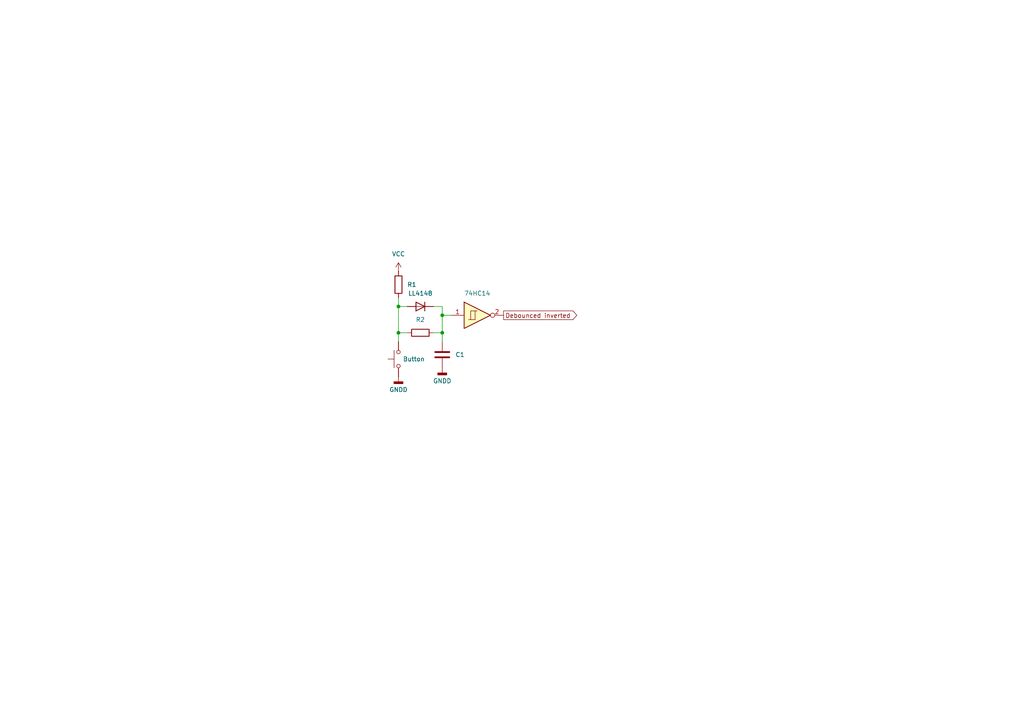
<source format=kicad_sch>
(kicad_sch (version 20250114) (generator "eeschema") (generator_version "9.0")
  (paper "A4")
  (lib_symbols
    (symbol "74xx:74HC14" (pin_names (offset 1.016))
      (property "Reference" "U" (at 0 1.27 0))
      (property "Value" "74HC14" (at 0 -1.27 0))
      (symbol "74HC14_1_0"
        (polyline (pts (xy -3.81 3.81) (xy -3.81 -3.81) (xy 3.81 0) (xy -3.81 3.81)) (stroke (width 0.254)) (fill (type background)))
        (pin input line (at -7.62 0 0) (length 3.81) (name "~") (number "1"))
        (pin output inverted (at 7.62 0 180) (length 3.81) (name "~") (number "2"))
      )
      (symbol "74HC14_1_1"
        (polyline (pts (xy -2.54 -1.27) (xy -0.635 -1.27) (xy -0.635 1.27) (xy 0 1.27)))
        (polyline (pts (xy -1.905 -1.27) (xy -1.905 1.27) (xy -0.635 1.27)))
      )
      (symbol "74HC14_2_0"
        (polyline (pts (xy -3.81 3.81) (xy -3.81 -3.81) (xy 3.81 0) (xy -3.81 3.81)) (stroke (width 0.254)) (fill (type background)))
        (pin input line (at -7.62 0 0) (length 3.81) (name "~") (number "3"))
        (pin output inverted (at 7.62 0 180) (length 3.81) (name "~") (number "4"))
      )
      (symbol "74HC14_2_1"
        (polyline (pts (xy -2.54 -1.27) (xy -0.635 -1.27) (xy -0.635 1.27) (xy 0 1.27)))
        (polyline (pts (xy -1.905 -1.27) (xy -1.905 1.27) (xy -0.635 1.27)))
      )
      (symbol "74HC14_3_0"
        (polyline (pts (xy -3.81 3.81) (xy -3.81 -3.81) (xy 3.81 0) (xy -3.81 3.81)) (stroke (width 0.254)) (fill (type background)))
        (pin input line (at -7.62 0 0) (length 3.81) (name "~") (number "5"))
        (pin output inverted (at 7.62 0 180) (length 3.81) (name "~") (number "6"))
      )
      (symbol "74HC14_3_1"
        (polyline (pts (xy -2.54 -1.27) (xy -0.635 -1.27) (xy -0.635 1.27) (xy 0 1.27)))
        (polyline (pts (xy -1.905 -1.27) (xy -1.905 1.27) (xy -0.635 1.27)))
      )
      (symbol "74HC14_4_0"
        (polyline (pts (xy -3.81 3.81) (xy -3.81 -3.81) (xy 3.81 0) (xy -3.81 3.81)) (stroke (width 0.254)) (fill (type background)))
        (pin input line (at -7.62 0 0) (length 3.81) (name "~") (number "9"))
        (pin output inverted (at 7.62 0 180) (length 3.81) (name "~") (number "8"))
      )
      (symbol "74HC14_4_1"
        (polyline (pts (xy -2.54 -1.27) (xy -0.635 -1.27) (xy -0.635 1.27) (xy 0 1.27)))
        (polyline (pts (xy -1.905 -1.27) (xy -1.905 1.27) (xy -0.635 1.27)))
      )
      (symbol "74HC14_5_0"
        (polyline (pts (xy -3.81 3.81) (xy -3.81 -3.81) (xy 3.81 0) (xy -3.81 3.81)) (stroke (width 0.254)) (fill (type background)))
        (pin input line (at -7.62 0 0) (length 3.81) (name "~") (number "11"))
        (pin output inverted (at 7.62 0 180) (length 3.81) (name "~") (number "10"))
      )
      (symbol "74HC14_5_1"
        (polyline (pts (xy -2.54 -1.27) (xy -0.635 -1.27) (xy -0.635 1.27) (xy 0 1.27)))
        (polyline (pts (xy -1.905 -1.27) (xy -1.905 1.27) (xy -0.635 1.27)))
      )
      (symbol "74HC14_6_0"
        (polyline (pts (xy -3.81 3.81) (xy -3.81 -3.81) (xy 3.81 0) (xy -3.81 3.81)) (stroke (width 0.254)) (fill (type background)))
        (pin input line (at -7.62 0 0) (length 3.81) (name "~") (number "13"))
        (pin output inverted (at 7.62 0 180) (length 3.81) (name "~") (number "12"))
      )
      (symbol "74HC14_6_1"
        (polyline (pts (xy -2.54 -1.27) (xy -0.635 -1.27) (xy -0.635 1.27) (xy 0 1.27)))
        (polyline (pts (xy -1.905 -1.27) (xy -1.905 1.27) (xy -0.635 1.27)))
      )
      (symbol "74HC14_7_0"
        (pin power_in line (at 0 12.7 270) (length 5.08) (name "VCC") (number "14"))
        (pin power_in line (at 0 -12.7 90) (length 5.08) (name "GND") (number "7"))
      )
      (symbol "74HC14_7_1"
        (rectangle (start -5.08 7.62) (end 5.08 -7.62) (stroke (width 0.254)) (fill (type background)))
      )
    )
    (symbol "Device:C" (pin_numbers (hide yes)) (pin_names (offset 0.254))
      (property "Reference" "C" (at 0.635 2.54 0))
      (property "Value" "C" (at 0.635 -2.54 0))
      (symbol "C_0_1"
        (polyline (pts (xy -2.032 0.762) (xy 2.032 0.762)) (stroke (width 0.508)))
        (polyline (pts (xy -2.032 -0.762) (xy 2.032 -0.762)) (stroke (width 0.508)))
      )
      (symbol "C_1_1"
        (pin passive line (at 0 3.81 270) (length 2.794) (name "~") (number "1"))
        (pin passive line (at 0 -3.81 90) (length 2.794) (name "~") (number "2"))
      )
    )
    (symbol "Device:R" (pin_numbers (hide yes)) (pin_names (offset 0))
      (property "Reference" "R" (at 2.032 0 90))
      (property "Value" "R" (at 0 0 90))
      (symbol "R_0_1"
        (rectangle (start -1.016 -2.54) (end 1.016 2.54) (stroke (width 0.254)))
      )
      (symbol "R_1_1"
        (pin passive line (at 0 3.81 270) (length 1.27) (name "~") (number "1"))
        (pin passive line (at 0 -3.81 90) (length 1.27) (name "~") (number "2"))
      )
    )
    (symbol "Diode:LL4148" (pin_numbers (hide yes)) (pin_names (hide yes))
      (property "Reference" "D" (at 0 2.54 0))
      (property "Value" "LL4148" (at 0 -2.54 0))
      (symbol "LL4148_0_1"
        (polyline (pts (xy -1.27 1.27) (xy -1.27 -1.27)) (stroke (width 0.254)))
        (polyline (pts (xy 1.27 1.27) (xy 1.27 -1.27) (xy -1.27 0) (xy 1.27 1.27)) (stroke (width 0.254)))
        (polyline (pts (xy 1.27 0) (xy -1.27 0)))
      )
      (symbol "LL4148_1_1"
        (pin passive line (at -3.81 0 0) (length 2.54) (name "K") (number "1"))
        (pin passive line (at 3.81 0 180) (length 2.54) (name "A") (number "2"))
      )
    )
    (symbol "Switch:SW_Push" (pin_numbers (hide yes)) (pin_names (offset 1.016) (hide yes))
      (property "Reference" "SW" (at 1.27 2.54 0))
      (property "Value" "SW_Push" (at 0 -1.524 0))
      (symbol "SW_Push_0_1"
        (circle (center -2.032 0) (radius 0.508))
        (polyline (pts (xy 0 1.27) (xy 0 3.048)))
        (circle (center 2.032 0) (radius 0.508))
        (polyline (pts (xy 2.54 1.27) (xy -2.54 1.27)))
        (pin passive line (at -5.08 0 0) (length 2.54) (name "1") (number "1"))
        (pin passive line (at 5.08 0 180) (length 2.54) (name "2") (number "2"))
      )
    )
    (symbol "power:GNDD" (power) (pin_numbers (hide yes)) (pin_names (offset 0) (hide yes))
      (property "Value" "GNDD" (at 0 -3.175 0))
      (symbol "GNDD_0_1"
        (rectangle (start -1.27 -1.524) (end 1.27 -2.032) (stroke (width 0.254)) (fill (type outline)))
        (polyline (pts (xy 0 0) (xy 0 -1.524)))
      )
      (symbol "GNDD_1_1"
        (pin power_in line (at 0 0 270) (length 0) (name "~") (number "1"))
      )
    )
    (symbol "power:VCC" (power) (pin_numbers (hide yes)) (pin_names (offset 0) (hide yes))
      (property "Value" "VCC" (at 0 3.556 0))
      (symbol "VCC_0_1"
        (polyline (pts (xy -0.762 1.27) (xy 0 2.54)))
        (polyline (pts (xy 0 2.54) (xy 0.762 1.27)))
        (polyline (pts (xy 0 0) (xy 0 2.54)))
      )
      (symbol "VCC_1_1"
        (pin power_in line (at 0 0 90) (length 0) (name "~") (number "1"))
      )
    )
  )
  (junction (at 115.57 96.52))
  (junction (at 115.57 88.9))
  (junction (at 128.27 96.52))
  (junction (at 128.27 91.44))
  (wire (pts (xy 128.27 91.44) (xy 130.81 91.44)))
  (wire (pts (xy 125.73 96.52) (xy 128.27 96.52)))
  (wire (pts (xy 125.73 88.9) (xy 128.27 88.9)))
  (wire (pts (xy 115.57 96.52) (xy 115.57 99.06)))
  (wire (pts (xy 115.57 86.36) (xy 115.57 88.9)))
  (wire (pts (xy 128.27 88.9) (xy 128.27 91.44)))
  (wire (pts (xy 115.57 88.9) (xy 118.11 88.9)))
  (wire (pts (xy 128.27 91.44) (xy 128.27 96.52)))
  (wire (pts (xy 128.27 96.52) (xy 128.27 99.06)))
  (wire (pts (xy 115.57 96.52) (xy 118.11 96.52)))
  (wire (pts (xy 115.57 88.9) (xy 115.57 96.52)))
  (global_label "Debounced inverted" (shape output) (at 146.05 91.44 0) (property "Intersheetrefs" "${INTERSHEET_REFS}" (effects (hide yes))))
  (symbol (lib_id "Device:C") (at 128.27 102.87 0) (unit 1)
    (property "Reference" "C1" (at 132.08 102.8699 0) (effects (justify left)))
    (property "Value" "C" (effects (hide yes)))
    (property "Description" "Unpolarized capacitor" (effects (hide yes)))
  )
  (symbol (lib_id "power:GNDD") (at 128.27 106.68 0) (unit 1)
    (property "Reference" "#PWR03" (effects (hide yes)))
    (property "Value" "GNDD" (at 128.27 110.49 0))
    (property "Description" "Power symbol creates a global label with name \"GNDD\" , digital ground" (effects (hide yes)))
  )
  (symbol (lib_id "power:VCC") (at 115.57 78.74 0) (unit 1)
    (property "Reference" "#PWR01" (effects (hide yes)))
    (property "Value" "VCC" (at 115.57 73.66 0))
    (property "Description" "Power symbol creates a global label with name \"VCC\"" (effects (hide yes)))
  )
  (symbol (lib_id "Device:R") (at 121.92 96.52 90) (unit 1)
    (property "Reference" "R2" (at 121.92 92.71 90))
    (property "Value" "R" (effects (hide yes)))
    (property "Description" "Resistor" (effects (hide yes)))
  )
  (symbol (lib_id "Device:R") (at 115.57 82.55 0) (unit 1)
    (property "Reference" "R1" (at 118.11 82.5499 0) (effects (justify left)))
    (property "Value" "R" (effects (hide yes)))
    (property "Description" "Resistor" (effects (hide yes)))
  )
  (symbol (lib_id "power:GNDD") (at 115.57 109.22 0) (unit 1)
    (property "Reference" "#PWR02" (effects (hide yes)))
    (property "Value" "GNDD" (at 115.57 113.03 0))
    (property "Description" "Power symbol creates a global label with name \"GNDD\" , digital ground" (effects (hide yes)))
  )
  (symbol (lib_id "Diode:LL4148") (at 121.92 88.9 180) (unit 1)
    (property "Reference" "D1" (effects (hide yes)))
    (property "Value" "LL4148" (at 121.92 85.09 0))
    (property "Footprint" "Diode_SMD:D_MiniMELF" (effects (hide yes)))
    (property "Datasheet" "http://www.vishay.com/docs/85557/ll4148.pdf" (effects (hide yes)))
    (property "Description" "100V 0.15A standard switching diode, MiniMELF" (effects (hide yes)))
    (property "Sim.Device" "D" (effects (hide yes)))
    (property "Sim.Pins" "1=K 2=A" (effects (hide yes)))
  )
  (symbol (lib_id "Switch:SW_Push") (at 115.57 104.14 90) (unit 1)
    (property "Reference" "SW1" (effects (hide yes)))
    (property "Value" "Button" (at 116.84 104.1399 90) (effects (justify right)))
    (property "Description" "Push button switch, generic, two pins" (effects (hide yes)))
  )
  (symbol (lib_id "74xx:74HC14") (at 138.43 91.44 0) (unit 1)
    (property "Reference" "U1" (effects (hide yes)))
    (property "Value" "74HC14" (at 138.43 85.09 0))
    (property "Datasheet" "http://www.ti.com/lit/gpn/sn74HC14" (effects (hide yes)))
    (property "Description" "Hex inverter schmitt trigger" (effects (hide yes)))
  )
)
</source>
